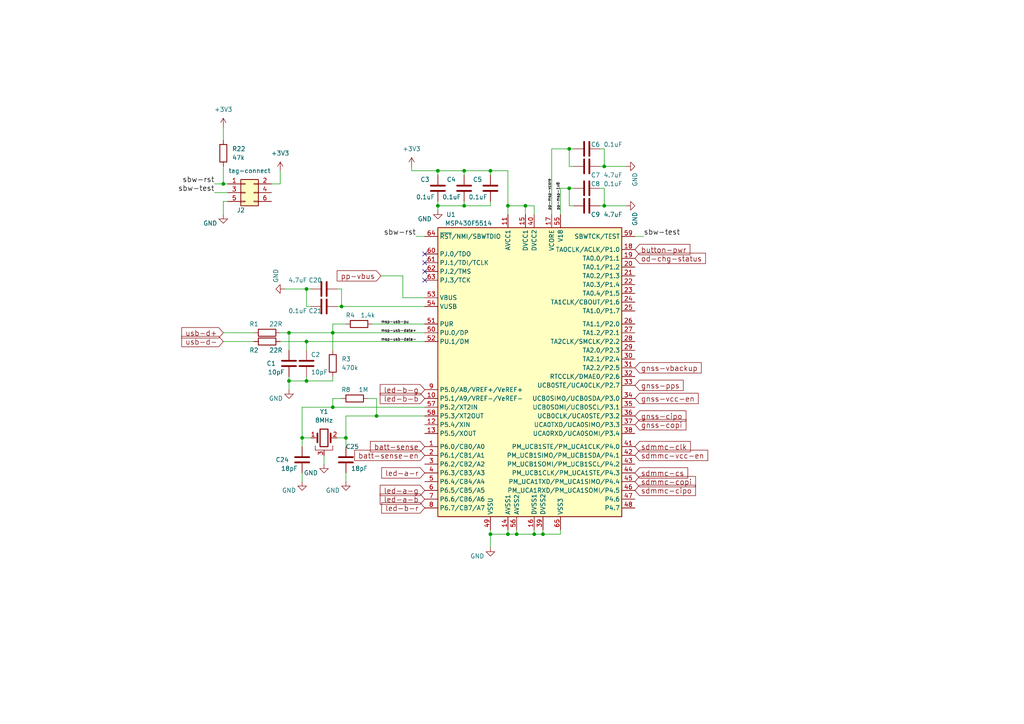
<source format=kicad_sch>
(kicad_sch (version 20210621) (generator eeschema)
  (paper "A4")
  (title_block (title "gps-logger") (date "2021-10-18") (rev "v2.3") (company "Greg Davill") (comment 4 "Simple GPS logger with low power features"))
  (lib_symbols
    (symbol "Connector_Generic:Conn_02x03_Odd_Even" (pin_names (offset 1.016) hide)
      (property "Reference" "J" (at 1.27 5.08 0))
      (property "Value" "Conn_02x03_Odd_Even" (at 1.27 -5.08 0))
      (symbol "Conn_02x03_Odd_Even_1_1"
        (rectangle (start -1.27 -2.413) (end 0 -2.667) (stroke (width 0.1524)))
        (rectangle (start -1.27 0.127) (end 0 -0.127) (stroke (width 0.1524)))
        (rectangle (start -1.27 2.667) (end 0 2.413) (stroke (width 0.1524)))
        (rectangle (start 3.81 -2.413) (end 2.54 -2.667) (stroke (width 0.1524)))
        (rectangle (start 3.81 0.127) (end 2.54 -0.127) (stroke (width 0.1524)))
        (rectangle (start 3.81 2.667) (end 2.54 2.413) (stroke (width 0.1524)))
        (rectangle (start -1.27 3.81) (end 3.81 -3.81) (stroke (width 0.254)) (fill (type background)))
        (pin passive line (at -5.08 2.54 0) (length 3.81) (name "Pin_1") (number "1"))
        (pin passive line (at 7.62 2.54 180) (length 3.81) (name "Pin_2") (number "2"))
        (pin passive line (at -5.08 0 0) (length 3.81) (name "Pin_3") (number "3"))
        (pin passive line (at 7.62 0 180) (length 3.81) (name "Pin_4") (number "4"))
        (pin passive line (at -5.08 -2.54 0) (length 3.81) (name "Pin_5") (number "5"))
        (pin passive line (at 7.62 -2.54 180) (length 3.81) (name "Pin_6") (number "6"))
      )
    )
    (symbol "Device:C" (pin_numbers hide) (pin_names (offset 0.254))
      (property "Reference" "C" (at 0.635 2.54 0))
      (property "Value" "C" (at 0.635 -2.54 0))
      (symbol "C_0_1"
        (polyline (pts (xy -2.032 -0.762) (xy 2.032 -0.762)) (stroke (width 0.508)))
        (polyline (pts (xy -2.032 0.762) (xy 2.032 0.762)) (stroke (width 0.508)))
      )
      (symbol "C_1_1"
        (pin passive line (at 0 3.81 270) (length 2.794) (name "~") (number "1"))
        (pin passive line (at 0 -3.81 90) (length 2.794) (name "~") (number "2"))
      )
    )
    (symbol "Device:Crystal_GND3" (pin_names (offset 1.016) hide)
      (property "Reference" "Y" (at 0 5.715 0))
      (property "Value" "Crystal_GND3" (at 0 3.81 0))
      (symbol "Crystal_GND3_0_1"
        (rectangle (start -1.143 2.54) (end 1.143 -2.54) (stroke (width 0.3048)))
        (polyline (pts (xy -2.54 0) (xy -1.905 0)))
        (polyline (pts (xy -1.905 -1.27) (xy -1.905 1.27)) (stroke (width 0.508)))
        (polyline (pts (xy 0 -3.81) (xy 0 -3.556)))
        (polyline (pts (xy 1.905 0) (xy 2.54 0)))
        (polyline (pts (xy 1.905 1.27) (xy 1.905 -1.27)) (stroke (width 0.508)))
        (polyline (pts (xy -2.54 -2.286) (xy -2.54 -3.556) (xy 2.54 -3.556) (xy 2.54 -2.286)))
      )
      (symbol "Crystal_GND3_1_1"
        (pin passive line (at -3.81 0 0) (length 1.27) (name "1") (number "1"))
        (pin passive line (at 3.81 0 180) (length 1.27) (name "2") (number "2"))
        (pin passive line (at 0 -5.08 90) (length 1.27) (name "3") (number "3"))
      )
    )
    (symbol "Device:R" (pin_numbers hide) (pin_names (offset 0))
      (property "Reference" "R" (at 2.032 0 90))
      (property "Value" "R" (at 0 0 90))
      (symbol "R_0_1"
        (rectangle (start -1.016 -2.54) (end 1.016 2.54) (stroke (width 0.254)))
      )
      (symbol "R_1_1"
        (pin passive line (at 0 3.81 270) (length 1.27) (name "~") (number "1"))
        (pin passive line (at 0 -3.81 90) (length 1.27) (name "~") (number "2"))
      )
    )
    (symbol "MCU_Texas_MSP430:MSP430F5524IYFF"
      (property "Reference" "U?" (at 0 50.8 0))
      (property "Value" "MSP430F5524IYFF" (at 0 48.26 0))
      (symbol "MSP430F5524IYFF_0_1"
        (rectangle (start -26.67 41.91) (end 26.67 -41.91) (stroke (width 0.254)) (fill (type background)))
      )
      (symbol "MSP430F5524IYFF_1_1"
        (pin bidirectional line (at -30.48 -21.59 0) (length 3.81) (name "P6.0/CB0/A0") (number "1"))
        (pin bidirectional line (at -30.48 -7.62 0) (length 3.81) (name "P5.1/A9/VREF-/VeREF-") (number "10"))
        (pin power_in line (at -6.35 45.72 270) (length 3.81) (name "AVCC1") (number "11"))
        (pin bidirectional line (at -30.48 -15.24 0) (length 3.81) (name "P5.4/XIN") (number "12"))
        (pin bidirectional line (at -30.48 -17.78 0) (length 3.81) (name "P5.5/XOUT") (number "13"))
        (pin power_in line (at -6.35 -45.72 90) (length 3.81) (name "AVSS1") (number "14"))
        (pin power_in line (at -1.27 45.72 270) (length 3.81) (name "DVCC1") (number "15"))
        (pin power_in line (at 1.27 -45.72 90) (length 3.81) (name "DVSS1") (number "16"))
        (pin bidirectional line (at 6.35 45.72 270) (length 3.81) (name "VCORE") (number "17"))
        (pin bidirectional line (at 30.48 35.56 180) (length 3.81) (name "TA0CLK/ACLK/P1.0") (number "18"))
        (pin bidirectional line (at 30.48 33.02 180) (length 3.81) (name "TA0.0/P1.1") (number "19"))
        (pin bidirectional line (at -30.48 -24.13 0) (length 3.81) (name "P6.1/CB1/A1") (number "2"))
        (pin bidirectional line (at 30.48 30.48 180) (length 3.81) (name "TA0.1/P1.2") (number "20"))
        (pin bidirectional line (at 30.48 27.94 180) (length 3.81) (name "TA0.2/P1.3") (number "21"))
        (pin bidirectional line (at 30.48 25.4 180) (length 3.81) (name "TA0.3/P1.4") (number "22"))
        (pin bidirectional line (at 30.48 22.86 180) (length 3.81) (name "TA0.4/P1.5") (number "23"))
        (pin bidirectional line (at 30.48 20.32 180) (length 3.81) (name "TA1CLK/CBOUT/P1.6") (number "24"))
        (pin bidirectional line (at 30.48 17.78 180) (length 3.81) (name "TA1.0/P1.7") (number "25"))
        (pin bidirectional line (at 30.48 13.97 180) (length 3.81) (name "TA1.1/P2.0") (number "26"))
        (pin bidirectional line (at 30.48 11.43 180) (length 3.81) (name "TA1.2/P2.1") (number "27"))
        (pin bidirectional line (at 30.48 8.89 180) (length 3.81) (name "TA2CLK/SMCLK/P2.2") (number "28"))
        (pin bidirectional line (at 30.48 6.35 180) (length 3.81) (name "TA2.0/P2.3") (number "29"))
        (pin bidirectional line (at -30.48 -26.67 0) (length 3.81) (name "P6.2/CB2/A2") (number "3"))
        (pin bidirectional line (at 30.48 3.81 180) (length 3.81) (name "TA2.1/P2.4") (number "30"))
        (pin bidirectional line (at 30.48 1.27 180) (length 3.81) (name "TA2.2/P2.5") (number "31"))
        (pin bidirectional line (at 30.48 -1.27 180) (length 3.81) (name "RTCCLK/DMAE0/P2.6") (number "32"))
        (pin bidirectional line (at 30.48 -3.81 180) (length 3.81) (name "UCB0STE/UCA0CLK/P2.7") (number "33"))
        (pin bidirectional line (at 30.48 -7.62 180) (length 3.81) (name "UCB0SIMO/UCB0SDA/P3.0") (number "34"))
        (pin bidirectional line (at 30.48 -10.16 180) (length 3.81) (name "UCB0SOMI/UCB0SCL/P3.1") (number "35"))
        (pin bidirectional line (at 30.48 -12.7 180) (length 3.81) (name "UCB0CLK/UCA0STE/P3.2") (number "36"))
        (pin bidirectional line (at 30.48 -15.24 180) (length 3.81) (name "UCA0TXD/UCA0SIMO/P3.3") (number "37"))
        (pin bidirectional line (at 30.48 -17.78 180) (length 3.81) (name "UCA0RXD/UCA0SOMI/P3.4") (number "38"))
        (pin power_in line (at 3.81 -45.72 90) (length 3.81) (name "DVSS2") (number "39"))
        (pin bidirectional line (at -30.48 -29.21 0) (length 3.81) (name "P6.3/CB3/A3") (number "4"))
        (pin power_in line (at 1.27 45.72 270) (length 3.81) (name "DVCC2") (number "40"))
        (pin bidirectional line (at 30.48 -21.59 180) (length 3.81) (name "PM_UCB1STE/PM_UCA1CLK/P4.0") (number "41"))
        (pin bidirectional line (at 30.48 -24.13 180) (length 3.81) (name "PM_UCB1SIMO/PM_UCB1SDA/P4.1") (number "42"))
        (pin bidirectional line (at 30.48 -26.67 180) (length 3.81) (name "PM_UCB1SOMI/PM_UCB1SCL/P4.2") (number "43"))
        (pin bidirectional line (at 30.48 -29.21 180) (length 3.81) (name "PM_UCB1CLK/PM_UCA1STE/P4.3") (number "44"))
        (pin bidirectional line (at 30.48 -31.75 180) (length 3.81) (name "PM_UCA1TXD/PM_UCA1SIMO/P4.4") (number "45"))
        (pin bidirectional line (at 30.48 -34.29 180) (length 3.81) (name "PM_UCA1RXD/PM_UCA1SOMI/P4.5") (number "46"))
        (pin bidirectional line (at 30.48 -36.83 180) (length 3.81) (name "P4.6") (number "47"))
        (pin bidirectional line (at 30.48 -39.37 180) (length 3.81) (name "P4.7") (number "48"))
        (pin power_in line (at -11.43 -45.72 90) (length 3.81) (name "VSSU") (number "49"))
        (pin bidirectional line (at -30.48 -31.75 0) (length 3.81) (name "P6.4/CB4/A4") (number "5"))
        (pin bidirectional line (at -30.48 11.43 0) (length 3.81) (name "PU.0/DP") (number "50"))
        (pin bidirectional line (at -30.48 13.97 0) (length 3.81) (name "PUR") (number "51"))
        (pin bidirectional line (at -30.48 8.89 0) (length 3.81) (name "PU.1/DM") (number "52"))
        (pin power_in line (at -30.48 21.59 0) (length 3.81) (name "VBUS") (number "53"))
        (pin power_out line (at -30.48 19.05 0) (length 3.81) (name "VUSB") (number "54"))
        (pin passive line (at 8.89 45.72 270) (length 3.81) (name "V18") (number "55"))
        (pin power_in line (at -3.81 -45.72 90) (length 3.81) (name "AVSS2") (number "56"))
        (pin bidirectional line (at -30.48 -10.16 0) (length 3.81) (name "P5.2/XT2IN") (number "57"))
        (pin bidirectional line (at -30.48 -12.7 0) (length 3.81) (name "P5.3/XT2OUT") (number "58"))
        (pin input line (at 30.48 39.37 180) (length 3.81) (name "SBWTCK/TEST") (number "59"))
        (pin bidirectional line (at -30.48 -34.29 0) (length 3.81) (name "P6.5/CB5/A5") (number "6"))
        (pin bidirectional line (at -30.48 34.29 0) (length 3.81) (name "PJ.0/TDO") (number "60"))
        (pin bidirectional line (at -30.48 31.75 0) (length 3.81) (name "PJ.1/TDI/TCLK") (number "61"))
        (pin bidirectional line (at -30.48 29.21 0) (length 3.81) (name "PJ.2/TMS") (number "62"))
        (pin bidirectional line (at -30.48 26.67 0) (length 3.81) (name "PJ.3/TCK") (number "63"))
        (pin input line (at -30.48 39.37 0) (length 3.81) (name "~{RST}/NMI/SBWTDIO") (number "64"))
        (pin power_in line (at 8.89 -45.72 90) (length 3.81) (name "VSS3") (number "65"))
        (pin bidirectional line (at -30.48 -36.83 0) (length 3.81) (name "P6.6/CB6/A6") (number "7"))
        (pin bidirectional line (at -30.48 -39.37 0) (length 3.81) (name "P6.7/CB7/A7") (number "8"))
        (pin bidirectional line (at -30.48 -5.08 0) (length 3.81) (name "P5.0/A8/VREF+/VeREF+") (number "9"))
      )
    )
    (symbol "power:+3V3" (power) (pin_names (offset 0))
      (property "Value" "+3V3" (at 0 3.556 0))
      (symbol "+3V3_0_1"
        (polyline (pts (xy -0.762 1.27) (xy 0 2.54)))
        (polyline (pts (xy 0 0) (xy 0 2.54)))
        (polyline (pts (xy 0 2.54) (xy 0.762 1.27)))
      )
      (symbol "+3V3_1_1"
        (pin power_in line (at 0 0 90) (length 0) hide (name "+3V3") (number "1"))
      )
    )
    (symbol "power:GND" (power) (pin_names (offset 0))
      (property "Value" "GND" (at 0 -3.81 0))
      (symbol "GND_0_1"
        (polyline (pts (xy 0 0) (xy 0 -1.27) (xy 1.27 -1.27) (xy 0 -2.54) (xy -1.27 -1.27) (xy 0 -1.27)))
      )
      (symbol "GND_1_1"
        (pin power_in line (at 0 0 270) (length 0) hide (name "GND") (number "1"))
      )
    )
  )
  (junction (at 64.77 53.34))
  (junction (at 83.82 96.52))
  (junction (at 83.82 110.49))
  (junction (at 87.63 127))
  (junction (at 88.9 83.82))
  (junction (at 88.9 99.06))
  (junction (at 88.9 110.49))
  (junction (at 96.52 96.52))
  (junction (at 96.52 118.11))
  (junction (at 99.06 88.9))
  (junction (at 100.33 127))
  (junction (at 109.22 120.65))
  (junction (at 127 49.53))
  (junction (at 127 59.69))
  (junction (at 134.62 49.53))
  (junction (at 134.62 59.69))
  (junction (at 142.24 49.53))
  (junction (at 142.24 154.94))
  (junction (at 147.32 59.69))
  (junction (at 147.32 154.94))
  (junction (at 149.86 154.94))
  (junction (at 152.4 59.69))
  (junction (at 154.94 154.94))
  (junction (at 157.48 154.94))
  (junction (at 165.1 43.18))
  (junction (at 165.1 54.61))
  (junction (at 175.26 48.26))
  (junction (at 175.26 59.69))
  (no_connect (at 123.19 73.66))
  (no_connect (at 123.19 76.2))
  (no_connect (at 123.19 78.74))
  (no_connect (at 123.19 81.28))
  (wire (pts (xy 62.23 53.34) (xy 64.77 53.34)))
  (wire (pts (xy 62.23 55.88) (xy 66.04 55.88)))
  (wire (pts (xy 64.77 36.83) (xy 64.77 40.64)))
  (wire (pts (xy 64.77 48.26) (xy 64.77 53.34)))
  (wire (pts (xy 64.77 53.34) (xy 66.04 53.34)))
  (wire (pts (xy 64.77 58.42) (xy 64.77 62.23)))
  (wire (pts (xy 64.77 96.52) (xy 73.66 96.52)))
  (wire (pts (xy 64.77 99.06) (xy 73.66 99.06)))
  (wire (pts (xy 66.04 58.42) (xy 64.77 58.42)))
  (wire (pts (xy 78.74 53.34) (xy 81.28 53.34)))
  (wire (pts (xy 81.28 49.53) (xy 81.28 53.34)))
  (wire (pts (xy 81.28 96.52) (xy 83.82 96.52)))
  (wire (pts (xy 81.28 99.06) (xy 88.9 99.06)))
  (wire (pts (xy 83.82 96.52) (xy 83.82 101.6)))
  (wire (pts (xy 83.82 96.52) (xy 96.52 96.52)))
  (wire (pts (xy 83.82 109.22) (xy 83.82 110.49)))
  (wire (pts (xy 83.82 110.49) (xy 83.82 113.03)))
  (wire (pts (xy 87.63 118.11) (xy 87.63 127)))
  (wire (pts (xy 87.63 118.11) (xy 96.52 118.11)))
  (wire (pts (xy 87.63 127) (xy 87.63 129.54)))
  (wire (pts (xy 87.63 137.16) (xy 87.63 139.7)))
  (wire (pts (xy 88.9 83.82) (xy 82.55 83.82)))
  (wire (pts (xy 88.9 88.9) (xy 88.9 83.82)))
  (wire (pts (xy 88.9 99.06) (xy 88.9 101.6)))
  (wire (pts (xy 88.9 99.06) (xy 123.19 99.06)))
  (wire (pts (xy 88.9 109.22) (xy 88.9 110.49)))
  (wire (pts (xy 88.9 110.49) (xy 83.82 110.49)))
  (wire (pts (xy 90.17 83.82) (xy 88.9 83.82)))
  (wire (pts (xy 90.17 88.9) (xy 88.9 88.9)))
  (wire (pts (xy 90.17 127) (xy 87.63 127)))
  (wire (pts (xy 93.98 132.08) (xy 93.98 134.62)))
  (wire (pts (xy 96.52 93.98) (xy 96.52 96.52)))
  (wire (pts (xy 96.52 96.52) (xy 96.52 101.6)))
  (wire (pts (xy 96.52 96.52) (xy 123.19 96.52)))
  (wire (pts (xy 96.52 109.22) (xy 96.52 110.49)))
  (wire (pts (xy 96.52 110.49) (xy 88.9 110.49)))
  (wire (pts (xy 96.52 115.57) (xy 96.52 118.11)))
  (wire (pts (xy 96.52 118.11) (xy 123.19 118.11)))
  (wire (pts (xy 97.79 83.82) (xy 99.06 83.82)))
  (wire (pts (xy 99.06 83.82) (xy 99.06 88.9)))
  (wire (pts (xy 99.06 88.9) (xy 97.79 88.9)))
  (wire (pts (xy 99.06 88.9) (xy 123.19 88.9)))
  (wire (pts (xy 99.06 115.57) (xy 96.52 115.57)))
  (wire (pts (xy 100.33 93.98) (xy 96.52 93.98)))
  (wire (pts (xy 100.33 120.65) (xy 100.33 127)))
  (wire (pts (xy 100.33 127) (xy 97.79 127)))
  (wire (pts (xy 100.33 127) (xy 100.33 129.54)))
  (wire (pts (xy 100.33 137.16) (xy 100.33 139.7)))
  (wire (pts (xy 106.68 115.57) (xy 109.22 115.57)))
  (wire (pts (xy 107.95 93.98) (xy 123.19 93.98)))
  (wire (pts (xy 109.22 115.57) (xy 109.22 120.65)))
  (wire (pts (xy 109.22 120.65) (xy 100.33 120.65)))
  (wire (pts (xy 110.49 80.01) (xy 116.84 80.01)))
  (wire (pts (xy 116.84 86.36) (xy 116.84 80.01)))
  (wire (pts (xy 119.38 48.26) (xy 119.38 49.53)))
  (wire (pts (xy 119.38 49.53) (xy 127 49.53)))
  (wire (pts (xy 120.65 68.58) (xy 123.19 68.58)))
  (wire (pts (xy 123.19 86.36) (xy 116.84 86.36)))
  (wire (pts (xy 123.19 120.65) (xy 109.22 120.65)))
  (wire (pts (xy 127 49.53) (xy 134.62 49.53)))
  (wire (pts (xy 127 50.8) (xy 127 49.53)))
  (wire (pts (xy 127 58.42) (xy 127 59.69)))
  (wire (pts (xy 127 59.69) (xy 134.62 59.69)))
  (wire (pts (xy 127 60.96) (xy 127 59.69)))
  (wire (pts (xy 134.62 49.53) (xy 142.24 49.53)))
  (wire (pts (xy 134.62 50.8) (xy 134.62 49.53)))
  (wire (pts (xy 134.62 58.42) (xy 134.62 59.69)))
  (wire (pts (xy 134.62 59.69) (xy 142.24 59.69)))
  (wire (pts (xy 142.24 49.53) (xy 147.32 49.53)))
  (wire (pts (xy 142.24 50.8) (xy 142.24 49.53)))
  (wire (pts (xy 142.24 58.42) (xy 142.24 59.69)))
  (wire (pts (xy 142.24 153.67) (xy 142.24 154.94)))
  (wire (pts (xy 142.24 154.94) (xy 142.24 158.75)))
  (wire (pts (xy 147.32 49.53) (xy 147.32 59.69)))
  (wire (pts (xy 147.32 59.69) (xy 147.32 62.23)))
  (wire (pts (xy 147.32 153.67) (xy 147.32 154.94)))
  (wire (pts (xy 147.32 154.94) (xy 142.24 154.94)))
  (wire (pts (xy 149.86 153.67) (xy 149.86 154.94)))
  (wire (pts (xy 149.86 154.94) (xy 147.32 154.94)))
  (wire (pts (xy 152.4 59.69) (xy 147.32 59.69)))
  (wire (pts (xy 152.4 62.23) (xy 152.4 59.69)))
  (wire (pts (xy 154.94 59.69) (xy 152.4 59.69)))
  (wire (pts (xy 154.94 62.23) (xy 154.94 59.69)))
  (wire (pts (xy 154.94 153.67) (xy 154.94 154.94)))
  (wire (pts (xy 154.94 154.94) (xy 149.86 154.94)))
  (wire (pts (xy 157.48 153.67) (xy 157.48 154.94)))
  (wire (pts (xy 157.48 154.94) (xy 154.94 154.94)))
  (wire (pts (xy 160.02 43.18) (xy 160.02 62.23)))
  (wire (pts (xy 160.02 43.18) (xy 165.1 43.18)))
  (wire (pts (xy 162.56 54.61) (xy 165.1 54.61)))
  (wire (pts (xy 162.56 62.23) (xy 162.56 54.61)))
  (wire (pts (xy 162.56 153.67) (xy 162.56 154.94)))
  (wire (pts (xy 162.56 154.94) (xy 157.48 154.94)))
  (wire (pts (xy 165.1 43.18) (xy 166.37 43.18)))
  (wire (pts (xy 165.1 48.26) (xy 165.1 43.18)))
  (wire (pts (xy 165.1 54.61) (xy 166.37 54.61)))
  (wire (pts (xy 165.1 59.69) (xy 165.1 54.61)))
  (wire (pts (xy 166.37 48.26) (xy 165.1 48.26)))
  (wire (pts (xy 166.37 59.69) (xy 165.1 59.69)))
  (wire (pts (xy 173.99 43.18) (xy 175.26 43.18)))
  (wire (pts (xy 173.99 48.26) (xy 175.26 48.26)))
  (wire (pts (xy 173.99 54.61) (xy 175.26 54.61)))
  (wire (pts (xy 173.99 59.69) (xy 175.26 59.69)))
  (wire (pts (xy 175.26 43.18) (xy 175.26 48.26)))
  (wire (pts (xy 175.26 48.26) (xy 181.61 48.26)))
  (wire (pts (xy 175.26 54.61) (xy 175.26 59.69)))
  (wire (pts (xy 175.26 59.69) (xy 181.61 59.69)))
  (wire (pts (xy 184.15 68.58) (xy 186.69 68.58)))
  (label "sbw-rst" (at 62.23 53.34 180) (effects (font (size 1.524 1.524))))
  (label "sbw-test" (at 62.23 55.88 180) (effects (font (size 1.524 1.524))))
  (label "msp-usb-pu" (at 110.49 93.98 0) (effects (font (size 0.8 0.8))))
  (label "msp-usb-data+" (at 110.49 96.52 0) (effects (font (size 0.8 0.8))))
  (label "msp-usb-data-" (at 110.49 99.06 0) (effects (font (size 0.8 0.8))))
  (label "sbw-rst" (at 120.65 68.58 180) (effects (font (size 1.524 1.524))))
  (label "pp-msp-vcore" (at 160.02 60.96 90) (effects (font (size 0.8 0.8))))
  (label "pp-msp-1v8" (at 162.56 60.96 90) (effects (font (size 0.8 0.8))))
  (label "sbw-test" (at 186.69 68.58 0) (effects (font (size 1.524 1.524))))
  (global_label "usb-d+" (shape input) (at 64.77 96.52 180) (effects (font (size 1.524 1.524))) (property "Intersheet References" "${INTERSHEET_REFS}" (effects hide)))
  (global_label "usb-d-" (shape input) (at 64.77 99.06 180) (effects (font (size 1.524 1.524))) (property "Intersheet References" "${INTERSHEET_REFS}" (effects hide)))
  (global_label "pp-vbus" (shape input) (at 110.49 80.01 180) (effects (font (size 1.524 1.524))) (property "Intersheet References" "${INTERSHEET_REFS}" (effects hide)))
  (global_label "led-b-g" (shape input) (at 123.19 113.03 180) (effects (font (size 1.524 1.524))) (property "Intersheet References" "${INTERSHEET_REFS}" (effects hide)))
  (global_label "led-b-b" (shape input) (at 123.19 115.57 180) (effects (font (size 1.524 1.524))) (property "Intersheet References" "${INTERSHEET_REFS}" (effects hide)))
  (global_label "batt-sense" (shape input) (at 123.19 129.54 180) (effects (font (size 1.524 1.524))) (property "Intersheet References" "${INTERSHEET_REFS}" (effects hide)))
  (global_label "batt-sense-en" (shape input) (at 123.19 132.08 180) (effects (font (size 1.524 1.524))) (property "Intersheet References" "${INTERSHEET_REFS}" (effects hide)))
  (global_label "led-a-r" (shape input) (at 123.19 137.16 180) (effects (font (size 1.524 1.524))) (property "Intersheet References" "${INTERSHEET_REFS}" (effects hide)))
  (global_label "led-a-g" (shape input) (at 123.19 142.24 180) (effects (font (size 1.524 1.524))) (property "Intersheet References" "${INTERSHEET_REFS}" (effects hide)))
  (global_label "led-a-b" (shape input) (at 123.19 144.78 180) (effects (font (size 1.524 1.524))) (property "Intersheet References" "${INTERSHEET_REFS}" (effects hide)))
  (global_label "led-b-r" (shape input) (at 123.19 147.32 180) (effects (font (size 1.524 1.524))) (property "Intersheet References" "${INTERSHEET_REFS}" (effects hide)))
  (global_label "button-pwr" (shape input) (at 184.15 72.39 0) (effects (font (size 1.524 1.524))) (property "Intersheet References" "${INTERSHEET_REFS}" (effects hide)))
  (global_label "od-chg-status" (shape input) (at 184.15 74.93 0) (effects (font (size 1.524 1.524))) (property "Intersheet References" "${INTERSHEET_REFS}" (effects hide)))
  (global_label "gnss-vbackup" (shape input) (at 184.15 106.68 0) (effects (font (size 1.524 1.524))) (property "Intersheet References" "${INTERSHEET_REFS}" (effects hide)))
  (global_label "gnss-pps" (shape input) (at 184.15 111.76 0) (effects (font (size 1.524 1.524))) (property "Intersheet References" "${INTERSHEET_REFS}" (effects hide)))
  (global_label "gnss-vcc-en" (shape input) (at 184.15 115.57 0) (effects (font (size 1.524 1.524))) (property "Intersheet References" "${INTERSHEET_REFS}" (effects hide)))
  (global_label "gnss-cipo" (shape input) (at 184.15 120.65 0) (effects (font (size 1.524 1.524))) (property "Intersheet References" "${INTERSHEET_REFS}" (effects hide)))
  (global_label "gnss-copi" (shape input) (at 184.15 123.19 0) (effects (font (size 1.524 1.524))) (property "Intersheet References" "${INTERSHEET_REFS}" (effects hide)))
  (global_label "sdmmc-clk" (shape input) (at 184.15 129.54 0) (effects (font (size 1.524 1.524))) (property "Intersheet References" "${INTERSHEET_REFS}" (effects hide)))
  (global_label "sdmmc-vcc-en" (shape input) (at 184.15 132.08 0) (effects (font (size 1.524 1.524))) (property "Intersheet References" "${INTERSHEET_REFS}" (effects hide)))
  (global_label "sdmmc-cs" (shape input) (at 184.15 137.16 0) (effects (font (size 1.524 1.524))) (property "Intersheet References" "${INTERSHEET_REFS}" (effects hide)))
  (global_label "sdmmc-copi" (shape input) (at 184.15 139.7 0) (effects (font (size 1.524 1.524))) (property "Intersheet References" "${INTERSHEET_REFS}" (effects hide)))
  (global_label "sdmmc-cipo" (shape input) (at 184.15 142.24 0) (effects (font (size 1.524 1.524))) (property "Intersheet References" "${INTERSHEET_REFS}" (effects hide)))
  (symbol (lib_id "power:+3V3") (at 64.77 36.83 0) (unit 1)
    (property "Reference" "#PWR0128" (effects hide))
    (property "Value" "+3V3" (at 64.77 31.75 0))
  )
  (symbol (lib_id "power:+3V3") (at 81.28 49.53 0) (unit 1)
    (property "Reference" "#PWR0133" (effects hide))
    (property "Value" "+3V3" (at 81.28 44.45 0))
  )
  (symbol (lib_id "power:+3V3") (at 119.38 48.26 0) (unit 1)
    (property "Reference" "#PWR0102" (effects hide))
    (property "Value" "+3V3" (at 119.38 43.18 0))
  )
  (symbol (lib_id "power:GND") (at 64.77 62.23 0) (unit 1)
    (property "Reference" "#PWR0134" (effects hide))
    (property "Value" "GND" (at 60.96 64.77 0))
  )
  (symbol (lib_id "power:GND") (at 82.55 83.82 270) (unit 1)
    (property "Reference" "#PWR0127" (effects hide))
    (property "Value" "GND" (at 80.01 80.01 0))
  )
  (symbol (lib_id "power:GND") (at 83.82 113.03 0) (unit 1)
    (property "Reference" "#PWR0105" (effects hide))
    (property "Value" "GND" (at 80.01 115.57 0))
  )
  (symbol (lib_id "power:GND") (at 87.63 139.7 0) (unit 1)
    (property "Reference" "#PWR0135" (effects hide))
    (property "Value" "GND" (at 83.82 142.24 0))
  )
  (symbol (lib_id "power:GND") (at 93.98 134.62 0) (unit 1)
    (property "Reference" "#PWR0129" (effects hide))
    (property "Value" "GND" (at 90.17 137.16 0))
  )
  (symbol (lib_id "power:GND") (at 100.33 139.7 0) (unit 1)
    (property "Reference" "#PWR0136" (effects hide))
    (property "Value" "GND" (at 96.52 142.24 0))
  )
  (symbol (lib_id "power:GND") (at 127 60.96 0) (unit 1)
    (property "Reference" "#PWR0101" (effects hide))
    (property "Value" "GND" (at 123.19 63.5 0))
  )
  (symbol (lib_id "power:GND") (at 142.24 158.75 0) (unit 1)
    (property "Reference" "#PWR0106" (effects hide))
    (property "Value" "GND" (at 138.43 161.29 0))
  )
  (symbol (lib_id "power:GND") (at 181.61 48.26 90) (unit 1)
    (property "Reference" "#PWR0103" (effects hide))
    (property "Value" "GND" (at 184.15 52.07 0))
  )
  (symbol (lib_id "power:GND") (at 181.61 59.69 90) (unit 1)
    (property "Reference" "#PWR0104" (effects hide))
    (property "Value" "GND" (at 184.15 63.5 0))
  )
  (symbol (lib_id "Device:R") (at 64.77 44.45 180) (unit 1)
    (property "Reference" "R22" (at 67.31 43.1799 0) (effects (justify right)))
    (property "Value" "47k" (at 67.31 45.7199 0) (effects (justify right)))
    (property "Footprint" "Resistor_SMD:R_0402_1005Metric" (effects hide))
  )
  (symbol (lib_id "Device:R") (at 77.47 96.52 90) (unit 1)
    (property "Reference" "R1" (at 73.66 93.98 90))
    (property "Value" "22R" (at 80.01 93.98 90))
    (property "Footprint" "Resistor_SMD:R_0402_1005Metric" (effects hide))
  )
  (symbol (lib_id "Device:R") (at 77.47 99.06 90) (unit 1)
    (property "Reference" "R2" (at 73.66 101.6 90))
    (property "Value" "22R" (at 80.01 101.6 90))
    (property "Footprint" "Resistor_SMD:R_0402_1005Metric" (effects hide))
  )
  (symbol (lib_id "Device:R") (at 96.52 105.41 0) (unit 1)
    (property "Reference" "R3" (at 99.06 104.1399 0) (effects (justify left)))
    (property "Value" "470k" (at 99.06 106.6799 0) (effects (justify left)))
    (property "Footprint" "Resistor_SMD:R_0402_1005Metric" (effects hide))
  )
  (symbol (lib_id "Device:R") (at 102.87 115.57 90) (unit 1)
    (property "Reference" "R8" (at 100.33 113.03 90))
    (property "Value" "1M" (at 105.41 113.03 90))
    (property "Footprint" "Resistor_SMD:R_0402_1005Metric" (effects hide))
  )
  (symbol (lib_id "Device:R") (at 104.14 93.98 90) (unit 1)
    (property "Reference" "R4" (at 101.6 91.44 90))
    (property "Value" "1.4k" (at 106.68 91.44 90))
    (property "Footprint" "Resistor_SMD:R_0402_1005Metric" (effects hide))
  )
  (symbol (lib_id "Device:C") (at 83.82 105.41 0) (unit 1)
    (property "Reference" "C1" (at 80.01 105.4099 0) (effects (justify right)))
    (property "Value" "10pF" (at 82.55 107.9499 0) (effects (justify right)))
    (property "Footprint" "Capacitor_SMD:C_0402_1005Metric" (effects hide))
  )
  (symbol (lib_id "Device:C") (at 87.63 133.35 0) (unit 1)
    (property "Reference" "C24" (at 83.82 133.3499 0) (effects (justify right)))
    (property "Value" "18pF" (at 86.36 135.8899 0) (effects (justify right)))
    (property "Footprint" "Capacitor_SMD:C_0402_1005Metric" (effects hide))
  )
  (symbol (lib_id "Device:C") (at 88.9 105.41 0) (unit 1)
    (property "Reference" "C2" (at 90.17 102.8699 0) (effects (justify left)))
    (property "Value" "10pF" (at 90.17 107.9499 0) (effects (justify left)))
    (property "Footprint" "Capacitor_SMD:C_0402_1005Metric" (effects hide))
  )
  (symbol (lib_id "Device:C") (at 93.98 83.82 270) (unit 1)
    (property "Reference" "C20" (at 91.44 81.28 90))
    (property "Value" "4.7uF" (at 86.36 81.28 90))
    (property "Footprint" "Capacitor_SMD:C_0402_1005Metric" (effects hide))
  )
  (symbol (lib_id "Device:C") (at 93.98 88.9 90) (unit 1)
    (property "Reference" "C21" (at 91.44 90.17 90))
    (property "Value" "0.1uF" (at 86.36 90.17 90))
    (property "Footprint" "Capacitor_SMD:C_0402_1005Metric" (effects hide))
  )
  (symbol (lib_id "Device:C") (at 100.33 133.35 0) (unit 1)
    (property "Reference" "C25" (at 104.14 129.5399 0) (effects (justify right)))
    (property "Value" "18pF" (at 106.68 135.8899 0) (effects (justify right)))
    (property "Footprint" "Capacitor_SMD:C_0402_1005Metric" (effects hide))
  )
  (symbol (lib_id "Device:C") (at 127 54.61 0) (unit 1)
    (property "Reference" "C3" (at 121.92 52.0699 0) (effects (justify left)))
    (property "Value" "0.1uF" (at 120.65 57.1499 0) (effects (justify left)))
    (property "Footprint" "Capacitor_SMD:C_0402_1005Metric" (effects hide))
  )
  (symbol (lib_id "Device:C") (at 134.62 54.61 0) (unit 1)
    (property "Reference" "C4" (at 129.54 52.0699 0) (effects (justify left)))
    (property "Value" "0.1uF" (at 128.27 57.1499 0) (effects (justify left)))
    (property "Footprint" "Capacitor_SMD:C_0402_1005Metric" (effects hide))
  )
  (symbol (lib_id "Device:C") (at 142.24 54.61 0) (unit 1)
    (property "Reference" "C5" (at 137.16 52.0699 0) (effects (justify left)))
    (property "Value" "0.1uF" (at 135.89 57.1499 0) (effects (justify left)))
    (property "Footprint" "Capacitor_SMD:C_0402_1005Metric" (effects hide))
  )
  (symbol (lib_id "Device:C") (at 170.18 43.18 270) (unit 1)
    (property "Reference" "C6" (at 172.72 41.91 90))
    (property "Value" "0.1uF" (at 177.8 41.91 90))
    (property "Footprint" "Capacitor_SMD:C_0402_1005Metric" (effects hide))
  )
  (symbol (lib_id "Device:C") (at 170.18 48.26 90) (unit 1)
    (property "Reference" "C7" (at 172.72 50.8 90))
    (property "Value" "4.7uF" (at 177.8 50.8 90))
    (property "Footprint" "Capacitor_SMD:C_0402_1005Metric" (effects hide))
  )
  (symbol (lib_id "Device:C") (at 170.18 54.61 270) (unit 1)
    (property "Reference" "C8" (at 172.72 53.34 90))
    (property "Value" "0.1uF" (at 177.8 53.34 90))
    (property "Footprint" "Capacitor_SMD:C_0402_1005Metric" (effects hide))
  )
  (symbol (lib_id "Device:C") (at 170.18 59.69 90) (unit 1)
    (property "Reference" "C9" (at 172.72 62.23 90))
    (property "Value" "4.7uF" (at 177.8 62.23 90))
    (property "Footprint" "Capacitor_SMD:C_0402_1005Metric" (effects hide))
  )
  (symbol (lib_id "Device:Crystal_GND3") (at 93.98 127 0) (unit 1)
    (property "Reference" "Y1" (at 93.98 119.38 0))
    (property "Value" "8MHz" (at 93.98 121.92 0))
    (property "Footprint" "Crystal:Crystal_SMD_Abracon_ABM8G-4Pin_3.2x2.5mm" (effects hide))
  )
  (symbol (lib_id "Connector_Generic:Conn_02x03_Odd_Even") (at 71.12 55.88 0) (unit 1)
    (property "Reference" "J2" (at 69.85 60.96 0))
    (property "Value" "tag-connect" (at 72.39 49.53 0))
    (property "Footprint" "gps-logger:TC2030-NL_SMALL" (effects hide))
  )
  (symbol (lib_id "MCU_Texas_MSP430:MSP430F5524IYFF") (at 153.67 107.95 0) (unit 1)
    (property "Reference" "U1" (at 130.81 62.23 0))
    (property "Value" "MSP430F5514" (at 135.89 64.77 0))
    (property "Footprint" "Package_DFN_QFN:QFN-64-1EP_9x9mm_P0.5mm_EP4.35x4.35mm" (effects hide))
    (property "Datasheet" "http://www.ti.com/lit/ds/symlink/msp430f5524.pdf" (effects hide))
  )
)
</source>
